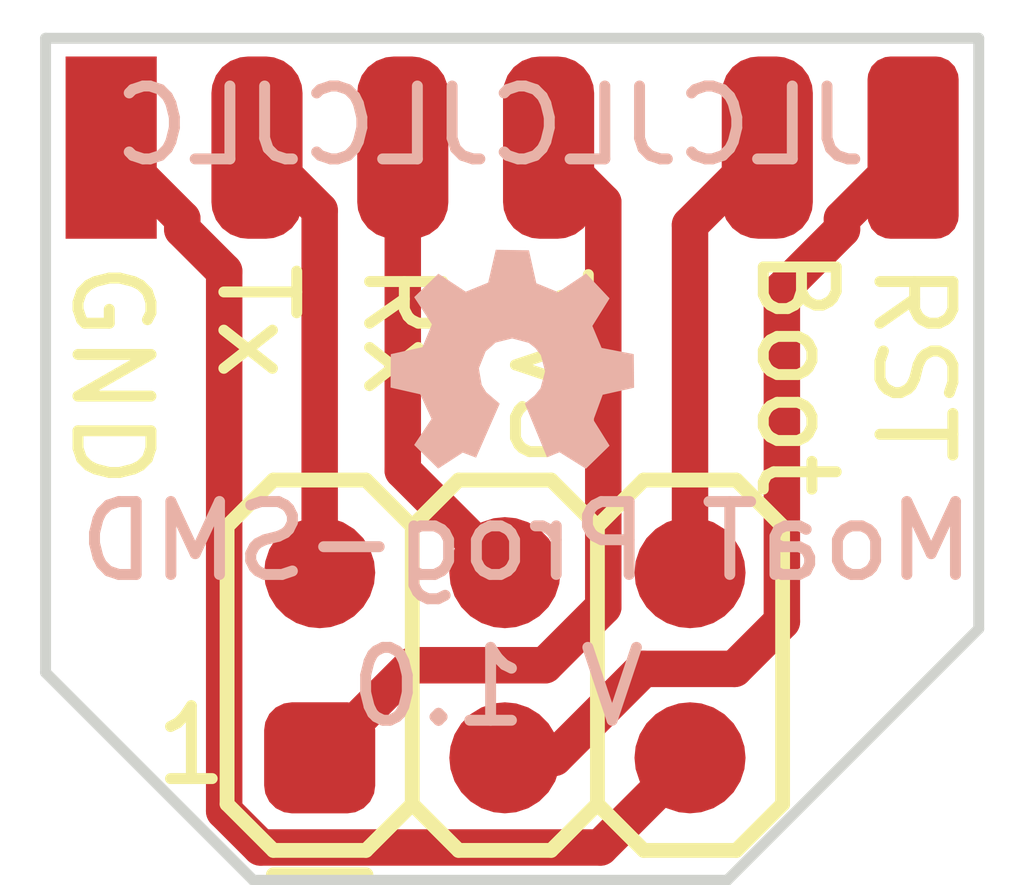
<source format=kicad_pcb>
(kicad_pcb (version 20211014) (generator pcbnew)
  (layers (0 "F.Cu" signal) (31 "B.Cu" signal) (34 "B.Paste" user) (35 "F.Paste" user) (36 "B.SilkS" user "B.Silkscreen") (37 "F.SilkS" user "F.Silkscreen") (38 "B.Mask" user) (39 "F.Mask" user) (44 "Edge.Cuts" user))
  (net 0 "")
  (net 1 "/Boot0")
  (net 2 "/GND")
  (net 3 "/Rx")
  (net 4 "/RST")
  (net 5 "/3V3")
  (net 6 "/Tx")
  (footprint "localstuff:Prog-Solder" (layer "F.Cu") (at 45.7 26.4 -90)
    (fp_text reference "J1" hide)
    (fp_text value "Conn_01x06" hide)
    (fp_text user "RST" (at 1.5 -3.5 -90 unlocked) (layer "F.SilkS") (effects (justify left)))
    (fp_text user "Rx" (at 1.5 3.5 -90 unlocked) (layer "F.SilkS") (effects (justify left)))
    (fp_text user "3V3" (at 1.5 1.5 -90 unlocked) (layer "F.SilkS") (effects (justify left)))
    (fp_text user "Boot" (at 1.3 -1.9 -90 unlocked) (layer "F.SilkS") (effects (justify left)))
    (fp_text user "GND" (at 1.5 7.5 -90 unlocked) (layer "F.SilkS") (effects (justify left)))
    (fp_text user "Tx" (at 1.5 5.5 -90 unlocked) (layer "F.SilkS") (effects (justify left)))
    (pad "1" smd rect (at 0 7.5 270) (size 2.5 1.25) (layers "F.Cu" "F.Mask") (net 2 "/GND"))
    (pad "2" smd roundrect (at 0 5.5 270) (size 2.5 1.25) (layers "F.Cu" "F.Mask") (roundrect_rratio 0.4) (net 6 "/Tx"))
    (pad "3" smd roundrect (at 0 3.5 270) (size 2.5 1.25) (layers "F.Cu" "F.Mask") (roundrect_rratio 0.4) (net 3 "/Rx"))
    (pad "4" smd roundrect (at 0 1.5 270) (size 2.5 1.25) (layers "F.Cu" "F.Mask") (roundrect_rratio 0.4) (net 5 "/3V3"))
    (pad "5" smd roundrect (at 0 -1.5 270) (size 2.5 1.25) (layers "F.Cu" "F.Mask") (roundrect_rratio 0.4) (net 1 "/Boot0"))
    (pad "6" smd roundrect (at 0 -3.5 270) (size 2.5 1.25) (layers "F.Cu" "F.Mask") (net 4 "/RST"))
  )
  (footprint "localstuff:2X3_PAD" (layer "F.Cu") (at 43.6 33.5)
    (fp_text reference "Prog1" hide)
    (fp_text value "PogoPad" hide)
    (fp_line (start 3.175 2.54) (end 3.81 1.905) (layer "F.SilkS") (width 0.2032))
    (fp_line (start -1.27 -1.905) (end -0.635 -2.54) (layer "F.SilkS") (width 0.2032))
    (fp_line (start -3.81 1.905) (end -3.81 -1.905) (layer "F.SilkS") (width 0.2032))
    (fp_line (start 1.905 -2.54) (end 3.175 -2.54) (layer "F.SilkS") (width 0.2032))
    (fp_line (start 3.81 -1.905) (end 3.81 1.905) (layer "F.SilkS") (width 0.2032))
    (fp_line (start -1.905 -2.54) (end -1.27 -1.905) (layer "F.SilkS") (width 0.2032))
    (fp_line (start 0.635 -2.54) (end 1.27 -1.905) (layer "F.SilkS") (width 0.2032))
    (fp_line (start -3.81 1.905) (end -3.175 2.54) (layer "F.SilkS") (width 0.2032))
    (fp_line (start 1.905 2.54) (end 3.175 2.54) (layer "F.SilkS") (width 0.2032))
    (fp_line (start 3.175 -2.54) (end 3.81 -1.905) (layer "F.SilkS") (width 0.2032))
    (fp_line (start 1.27 -1.905) (end 1.905 -2.54) (layer "F.SilkS") (width 0.2032))
    (fp_line (start -0.635 -2.54) (end 0.635 -2.54) (layer "F.SilkS") (width 0.2032))
    (fp_line (start -1.905 2.875) (end -3.175 2.875) (layer "F.SilkS") (width 0.2032))
    (fp_line (start -1.27 -1.905) (end -1.27 1.905) (layer "F.SilkS") (width 0.2032))
    (fp_line (start 0.635 2.54) (end 1.27 1.905) (layer "F.SilkS") (width 0.2032))
    (fp_line (start -1.905 2.54) (end -1.27 1.905) (layer "F.SilkS") (width 0.2032))
    (fp_line (start 1.27 -1.905) (end 1.27 1.905) (layer "F.SilkS") (width 0.2032))
    (fp_line (start -0.635 2.54) (end 0.635 2.54) (layer "F.SilkS") (width 0.2032))
    (fp_line (start -1.27 1.905) (end -0.635 2.54) (layer "F.SilkS") (width 0.2032))
    (fp_line (start -3.175 -2.54) (end -1.905 -2.54) (layer "F.SilkS") (width 0.2032))
    (fp_line (start -3.175 2.54) (end -1.905 2.54) (layer "F.SilkS") (width 0.2032))
    (fp_line (start 1.27 1.905) (end 1.905 2.54) (layer "F.SilkS") (width 0.2032))
    (fp_line (start -3.81 -1.905) (end -3.175 -2.54) (layer "F.SilkS") (width 0.2032))
    (pad "1" smd roundrect locked (at -2.54 1.27 180) (size 1.524 1.524) (layers "F.Cu" "F.Paste" "F.Mask") (net 5 "/3V3"))
    (pad "2" smd roundrect locked (at -2.54 -1.27 180) (size 1.524 1.524) (layers "F.Cu" "F.Paste" "F.Mask") (roundrect_rratio 0.5) (net 6 "/Tx"))
    (pad "3" smd roundrect locked (at 0 1.27 180) (size 1.524 1.524) (layers "F.Cu" "F.Paste" "F.Mask") (roundrect_rratio 0.5) (net 4 "/RST"))
    (pad "4" smd roundrect locked (at 0 -1.27 180) (size 1.524 1.524) (layers "F.Cu" "F.Paste" "F.Mask") (roundrect_rratio 0.5) (net 3 "/Rx"))
    (pad "5" smd roundrect locked (at 2.54 1.27 180) (size 1.524 1.524) (layers "F.Cu" "F.Paste" "F.Mask") (roundrect_rratio 0.5) (net 2 "/GND"))
    (pad "6" smd roundrect locked (at 2.54 -1.27 180) (size 1.524 1.524) (layers "F.Cu" "F.Paste" "F.Mask") (roundrect_rratio 0.5) (net 1 "/Boot0"))
  )
  (footprint "localstuff:OSHW Logo 3mm" (layer "B.Cu") (at 43.7 29.3 180)
    (fp_text reference "G***" hide)
    (fp_text value "LOGO" hide)
    (fp_poly (pts (xy -1.011428 -1.4986) (xy -0.650494 -1.273048) (xy -0.481076 -1.341628) (xy -0.179578 -0.611378) (xy -0.315722 -0.499618) (xy -0.3937 -0.402336) (xy -0.456946 -0.169164) (xy -0.39878 0.054864) (xy -0.32258 0.153162) (xy -0.230124 0.226314) (xy -0.000508 0.287528) (xy 0.228346 0.230378) (xy 0.368046 0.107442) (xy 0.461518 -0.127) (xy 0.422148 -0.356108) (xy 0.360172 -0.456692) (xy 0.176276 -0.613918) (xy 0.497586 -1.346454) (xy 0.677926 -1.277874) (xy 1.013714 -1.496568) (xy 1.337564 -1.177798) (xy 1.09982 -0.821182) (xy 1.257046 -0.479298) (xy 1.66243 -0.387604) (xy 1.659636 0.063246) (xy 1.22682 0.158496) (xy 1.09474 0.476504) (xy 1.33731 0.847852) (xy 1.01092 1.164844) (xy 0.637286 0.917956) (xy 0.324358 1.044956) (xy 0.220726 1.494028) (xy -0.226822 1.486916) (xy -0.327152 1.036574) (xy -0.631698 0.91186) (xy -1.014222 1.167638) (xy -1.330198 0.831596) (xy -1.094994 0.454152) (xy -1.223518 0.148082) (xy -1.6637 0.063246) (xy -1.668018 -0.389636) (xy -1.238504 -0.485648) (xy -1.109726 -0.83566) (xy -1.330198 -1.187704) (xy -1.011428 -1.4986)) (layer "B.SilkS") (width 0.01) (fill solid))
  )
  (gr_line (start 50.1 24.9) (end 50.1 33) (layer "Edge.Cuts") (width 0.15))
  (gr_line (start 37.3 33.6) (end 37.3 24.9) (layer "Edge.Cuts") (width 0.15))
  (gr_line (start 46.65 36.45) (end 40.15 36.45) (layer "Edge.Cuts") (width 0.15))
  (gr_line (start 50.1 33) (end 46.65 36.45) (layer "Edge.Cuts") (width 0.15))
  (gr_line (start 40.15 36.45) (end 37.3 33.6) (layer "Edge.Cuts") (width 0.15))
  (gr_line (start 37.3 24.9) (end 50.1 24.9) (layer "Edge.Cuts") (width 0.15))
  (gr_text "V 1.0" (at 43.5 33.8) (layer "B.SilkS") (effects (font (size 1 1)) (justify mirror)))
  (gr_text "MoaT Prog-SMD" (at 43.9 31.8) (layer "B.SilkS") (effects (font (size 1 1)) (justify mirror)))
  (gr_text "JLCJLCJLCJLC" (at 43.4 26.1) (layer "B.SilkS") (effects (font (size 1 1)) (justify mirror)))
  (gr_text "1" (at 39.3 34.6) (layer "F.SilkS") (effects (font (size 1 1))))
  (segment (start 46.14 27.46) (end 46.14 32.23) (width 0.5) (layer "F.Cu") (net 1))
  (segment (start 47.2 26.4) (end 46.14 27.46) (width 0.5) (layer "F.Cu") (net 1))
  (segment (start 44.91 36) (end 46.14 34.77) (width 0.5) (layer "F.Cu") (net 2))
  (segment (start 39.17548 27.522593) (end 39.75 28.097113) (width 0.5) (layer "F.Cu") (net 2))
  (segment (start 40.25 36) (end 44.91 36) (width 0.5) (layer "F.Cu") (net 2))
  (segment (start 39.17548 27.37548) (end 39.17548 27.522593) (width 0.5) (layer "F.Cu") (net 2))
  (segment (start 38.2 26.4) (end 39.17548 27.37548) (width 0.5) (layer "F.Cu") (net 2))
  (segment (start 39.75 35.5) (end 40.25 36) (width 0.5) (layer "F.Cu") (net 2))
  (segment (start 39.75 28.097113) (end 39.75 35.5) (width 0.5) (layer "F.Cu") (net 2))
  (segment (start 42.2 30.83) (end 43.6 32.23) (width 0.5) (layer "F.Cu") (net 3))
  (segment (start 42.2 26.4) (end 42.2 30.83) (width 0.5) (layer "F.Cu") (net 3))
  (segment (start 48.22452 27.37548) (end 48.22452 27.522593) (width 0.5) (layer "F.Cu") (net 4))
  (segment (start 46.75 33.55) (end 45.500396 33.55) (width 0.5) (layer "F.Cu") (net 4))
  (segment (start 47.4 28.347113) (end 47.4 32.9) (width 0.5) (layer "F.Cu") (net 4))
  (segment (start 47.4 32.9) (end 46.75 33.55) (width 0.5) (layer "F.Cu") (net 4))
  (segment (start 49.2 26.4) (end 48.22452 27.37548) (width 0.5) (layer "F.Cu") (net 4))
  (segment (start 45.500396 33.55) (end 44.280396 34.77) (width 0.5) (layer "F.Cu") (net 4))
  (segment (start 48.22452 27.522593) (end 47.4 28.347113) (width 0.5) (layer "F.Cu") (net 4))
  (segment (start 44.280396 34.77) (end 43.6 34.77) (width 0.5) (layer "F.Cu") (net 4))
  (segment (start 44.95 27.15) (end 44.95 32.7) (width 0.5) (layer "F.Cu") (net 5))
  (segment (start 44.2 26.4) (end 44.95 27.15) (width 0.5) (layer "F.Cu") (net 5))
  (segment (start 42.33 33.5) (end 41.06 34.77) (width 0.5) (layer "F.Cu") (net 5))
  (segment (start 44.95 32.7) (end 44.15 33.5) (width 0.5) (layer "F.Cu") (net 5))
  (segment (start 44.15 33.5) (end 42.33 33.5) (width 0.5) (layer "F.Cu") (net 5))
  (segment (start 41.06 32.23) (end 41.06 27.26) (width 0.5) (layer "F.Cu") (net 6))
  (segment (start 41.06 27.26) (end 40.2 26.4) (width 0.5) (layer "F.Cu") (net 6))
)
</source>
